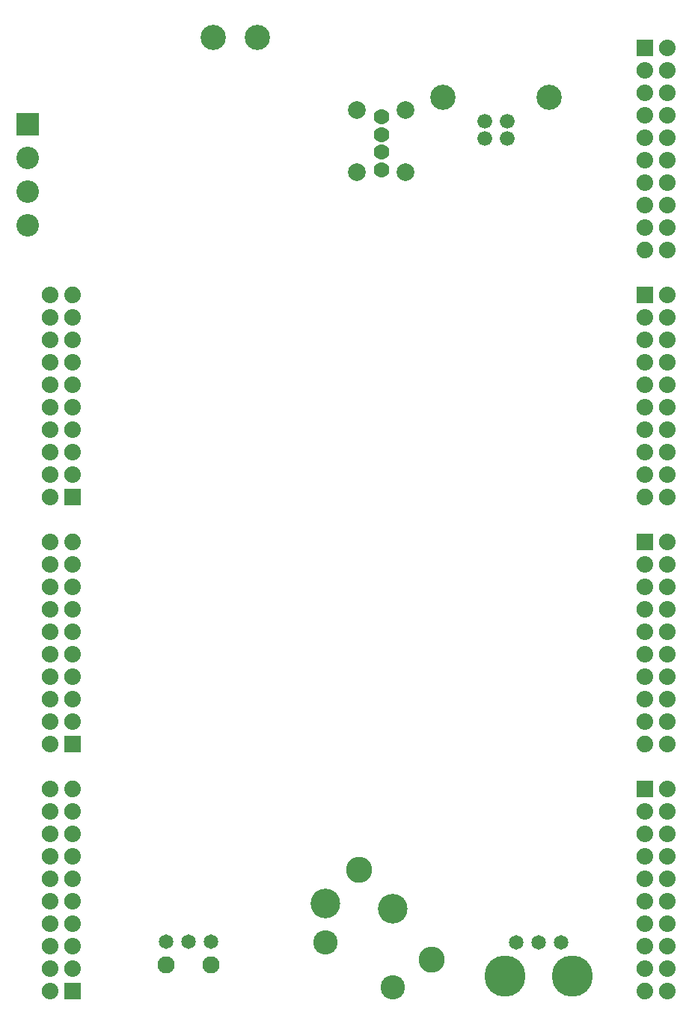
<source format=gbs>
G04 #@! TF.FileFunction,Soldermask,Bot*
%FSLAX46Y46*%
G04 Gerber Fmt 4.6, Leading zero omitted, Abs format (unit mm)*
G04 Created by KiCad (PCBNEW 4.0.0-rc2-1-stable) date Wednesday, December 30, 2015 'PMt' 11:13:20 PM*
%MOMM*%
G01*
G04 APERTURE LIST*
%ADD10C,0.100000*%
%ADD11C,2.552400*%
%ADD12R,2.552400X2.552400*%
%ADD13C,2.852400*%
%ADD14C,1.952400*%
%ADD15C,1.652400*%
%ADD16C,4.652400*%
%ADD17C,1.676400*%
%ADD18C,2.852420*%
%ADD19C,2.952400*%
%ADD20C,2.752400*%
%ADD21C,3.352400*%
%ADD22C,1.772400*%
%ADD23C,2.002400*%
%ADD24C,1.879600*%
%ADD25O,1.879600X1.879600*%
%ADD26R,1.879600X1.879600*%
G04 APERTURE END LIST*
D10*
D11*
X104004737Y-63873441D03*
X104004737Y-67683441D03*
X104004737Y-60063441D03*
D12*
X104004737Y-56253441D03*
D13*
X130027917Y-46400881D03*
X125027917Y-46400881D03*
D14*
X124705737Y-151358881D03*
X119625737Y-151358881D03*
D15*
X124705737Y-148728881D03*
X119625737Y-148728881D03*
X122165737Y-148728881D03*
D16*
X165599737Y-152575441D03*
D15*
X164329737Y-148765441D03*
X159249737Y-148765441D03*
X161789737Y-148765441D03*
D16*
X157979737Y-152575441D03*
D17*
X158267917Y-57910881D03*
X155727917Y-57910881D03*
X155727917Y-55911901D03*
X158267917Y-55911901D03*
D18*
X162997397Y-53211881D03*
X150998437Y-53211881D03*
D19*
X149747917Y-150728881D03*
X141497917Y-140558881D03*
D20*
X145307917Y-153898881D03*
X137687917Y-148818881D03*
D21*
X137687917Y-144373881D03*
X145307917Y-145008881D03*
D22*
X144009737Y-55410881D03*
X144009737Y-57410881D03*
X144009737Y-59410881D03*
D23*
X146729737Y-54680881D03*
D22*
X144009737Y-61410881D03*
D23*
X146729737Y-61680881D03*
X141289737Y-54680881D03*
X141289737Y-61680881D03*
D24*
X109084737Y-75557441D03*
D25*
X106544737Y-75557441D03*
X109084737Y-78097441D03*
X106544737Y-78097441D03*
X109084737Y-80637441D03*
X106544737Y-80637441D03*
X109084737Y-83177441D03*
X106544737Y-83177441D03*
X109084737Y-85717441D03*
X106544737Y-85717441D03*
X109084737Y-88257441D03*
X106544737Y-88257441D03*
X109084737Y-90797441D03*
X106544737Y-90797441D03*
X109084737Y-93337441D03*
X106544737Y-93337441D03*
X109084737Y-95877441D03*
X106544737Y-95877441D03*
D26*
X109084737Y-98417441D03*
D25*
X106544737Y-98417441D03*
D24*
X109084737Y-103497441D03*
D25*
X106544737Y-103497441D03*
X109084737Y-106037441D03*
X106544737Y-106037441D03*
X109084737Y-108577441D03*
X106544737Y-108577441D03*
X109084737Y-111117441D03*
X106544737Y-111117441D03*
X109084737Y-113657441D03*
X106544737Y-113657441D03*
X109084737Y-116197441D03*
X106544737Y-116197441D03*
X109084737Y-118737441D03*
X106544737Y-118737441D03*
X109084737Y-121277441D03*
X106544737Y-121277441D03*
X109084737Y-123817441D03*
X106544737Y-123817441D03*
D26*
X109084737Y-126357441D03*
D25*
X106544737Y-126357441D03*
D24*
X109084737Y-131437441D03*
D25*
X106544737Y-131437441D03*
X109084737Y-133977441D03*
X106544737Y-133977441D03*
X109084737Y-136517441D03*
X106544737Y-136517441D03*
X109084737Y-139057441D03*
X106544737Y-139057441D03*
X109084737Y-141597441D03*
X106544737Y-141597441D03*
X109084737Y-144137441D03*
X106544737Y-144137441D03*
X109084737Y-146677441D03*
X106544737Y-146677441D03*
X109084737Y-149217441D03*
X106544737Y-149217441D03*
X109084737Y-151757441D03*
X106544737Y-151757441D03*
D26*
X109084737Y-154297441D03*
D25*
X106544737Y-154297441D03*
D24*
X173854737Y-154297441D03*
D25*
X176394737Y-154297441D03*
X173854737Y-151757441D03*
X176394737Y-151757441D03*
X173854737Y-149217441D03*
X176394737Y-149217441D03*
X173854737Y-146677441D03*
X176394737Y-146677441D03*
X173854737Y-144137441D03*
X176394737Y-144137441D03*
X173854737Y-141597441D03*
X176394737Y-141597441D03*
X173854737Y-139057441D03*
X176394737Y-139057441D03*
X173854737Y-136517441D03*
X176394737Y-136517441D03*
X173854737Y-133977441D03*
X176394737Y-133977441D03*
D26*
X173854737Y-131437441D03*
D25*
X176394737Y-131437441D03*
D24*
X173854737Y-126357441D03*
D25*
X176394737Y-126357441D03*
X173854737Y-123817441D03*
X176394737Y-123817441D03*
X173854737Y-121277441D03*
X176394737Y-121277441D03*
X173854737Y-118737441D03*
X176394737Y-118737441D03*
X173854737Y-116197441D03*
X176394737Y-116197441D03*
X173854737Y-113657441D03*
X176394737Y-113657441D03*
X173854737Y-111117441D03*
X176394737Y-111117441D03*
X173854737Y-108577441D03*
X176394737Y-108577441D03*
X173854737Y-106037441D03*
X176394737Y-106037441D03*
D26*
X173854737Y-103497441D03*
D25*
X176394737Y-103497441D03*
D24*
X173854737Y-98417441D03*
D25*
X176394737Y-98417441D03*
X173854737Y-95877441D03*
X176394737Y-95877441D03*
X173854737Y-93337441D03*
X176394737Y-93337441D03*
X173854737Y-90797441D03*
X176394737Y-90797441D03*
X173854737Y-88257441D03*
X176394737Y-88257441D03*
X173854737Y-85717441D03*
X176394737Y-85717441D03*
X173854737Y-83177441D03*
X176394737Y-83177441D03*
X173854737Y-80637441D03*
X176394737Y-80637441D03*
X173854737Y-78097441D03*
X176394737Y-78097441D03*
D26*
X173854737Y-75557441D03*
D25*
X176394737Y-75557441D03*
D24*
X173854737Y-70477441D03*
D25*
X176394737Y-70477441D03*
X173854737Y-67937441D03*
X176394737Y-67937441D03*
X173854737Y-65397441D03*
X176394737Y-65397441D03*
X173854737Y-62857441D03*
X176394737Y-62857441D03*
X173854737Y-60317441D03*
X176394737Y-60317441D03*
X173854737Y-57777441D03*
X176394737Y-57777441D03*
X173854737Y-55237441D03*
X176394737Y-55237441D03*
X173854737Y-52697441D03*
X176394737Y-52697441D03*
X173854737Y-50157441D03*
X176394737Y-50157441D03*
D26*
X173854737Y-47617441D03*
D25*
X176394737Y-47617441D03*
M02*

</source>
